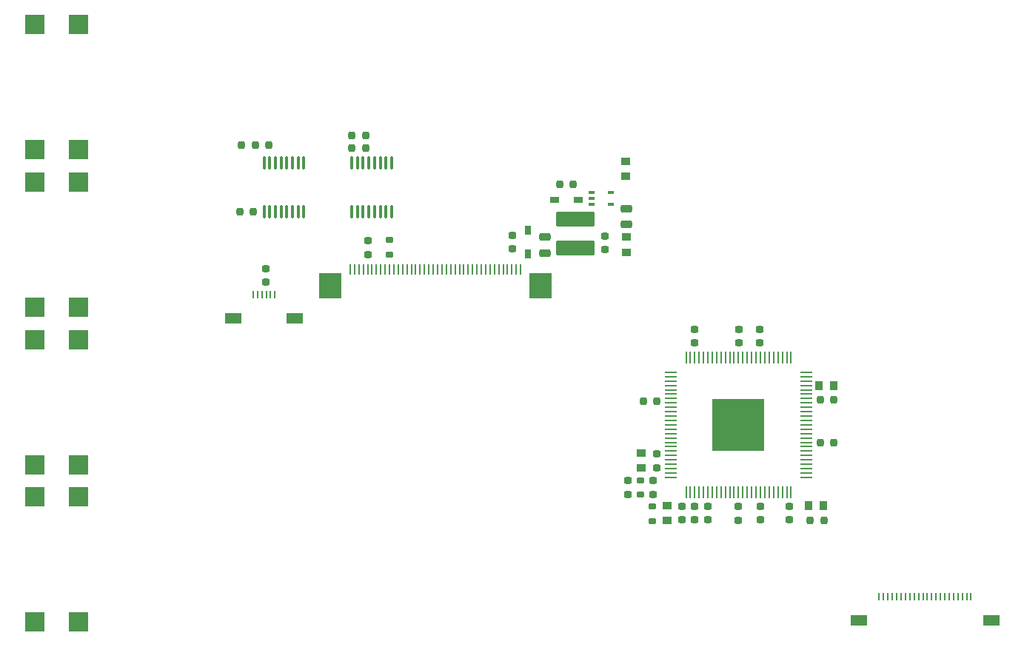
<source format=gbp>
%TF.GenerationSoftware,KiCad,Pcbnew,9.0.5-9.0.5~ubuntu24.04.1*%
%TF.CreationDate,2025-10-12T14:56:27+02:00*%
%TF.ProjectId,BB3plus DVID TFT display,42423370-6c75-4732-9044-564944205446,r1B1*%
%TF.SameCoordinates,Original*%
%TF.FileFunction,Paste,Bot*%
%TF.FilePolarity,Positive*%
%FSLAX46Y46*%
G04 Gerber Fmt 4.6, Leading zero omitted, Abs format (unit mm)*
G04 Created by KiCad (PCBNEW 9.0.5-9.0.5~ubuntu24.04.1) date 2025-10-12 14:56:27*
%MOMM*%
%LPD*%
G01*
G04 APERTURE LIST*
G04 Aperture macros list*
%AMRoundRect*
0 Rectangle with rounded corners*
0 $1 Rounding radius*
0 $2 $3 $4 $5 $6 $7 $8 $9 X,Y pos of 4 corners*
0 Add a 4 corners polygon primitive as box body*
4,1,4,$2,$3,$4,$5,$6,$7,$8,$9,$2,$3,0*
0 Add four circle primitives for the rounded corners*
1,1,$1+$1,$2,$3*
1,1,$1+$1,$4,$5*
1,1,$1+$1,$6,$7*
1,1,$1+$1,$8,$9*
0 Add four rect primitives between the rounded corners*
20,1,$1+$1,$2,$3,$4,$5,0*
20,1,$1+$1,$4,$5,$6,$7,0*
20,1,$1+$1,$6,$7,$8,$9,0*
20,1,$1+$1,$8,$9,$2,$3,0*%
G04 Aperture macros list end*
%ADD10RoundRect,0.200000X0.225000X-0.200000X0.225000X0.200000X-0.225000X0.200000X-0.225000X-0.200000X0*%
%ADD11RoundRect,0.045720X0.454280X-0.404280X0.454280X0.404280X-0.454280X0.404280X-0.454280X-0.404280X0*%
%ADD12RoundRect,0.200000X-0.200000X-0.225000X0.200000X-0.225000X0.200000X0.225000X-0.200000X0.225000X0*%
%ADD13R,2.300000X2.200000*%
%ADD14R,0.662000X0.992200*%
%ADD15R,0.992200X0.662000*%
%ADD16RoundRect,0.055880X2.144120X-0.769120X2.144120X0.769120X-2.144120X0.769120X-2.144120X-0.769120X0*%
%ADD17RoundRect,0.055880X2.144120X0.769120X-2.144120X0.769120X-2.144120X-0.769120X2.144120X-0.769120X0*%
%ADD18RoundRect,0.200000X-0.225000X0.200000X-0.225000X-0.200000X0.225000X-0.200000X0.225000X0.200000X0*%
%ADD19RoundRect,0.200000X0.200000X0.225000X-0.200000X0.225000X-0.200000X-0.225000X0.200000X-0.225000X0*%
%ADD20RoundRect,0.175000X0.250000X-0.175000X0.250000X0.175000X-0.250000X0.175000X-0.250000X-0.175000X0*%
%ADD21R,0.200000X0.900000*%
%ADD22R,1.900000X1.200000*%
%ADD23RoundRect,0.045720X0.404280X0.454280X-0.404280X0.454280X-0.404280X-0.454280X0.404280X-0.454280X0*%
%ADD24RoundRect,0.036286X-0.088714X0.713714X-0.088714X-0.713714X0.088714X-0.713714X0.088714X0.713714X0*%
%ADD25RoundRect,0.048919X1.251081X1.401081X-1.251081X1.401081X-1.251081X-1.401081X1.251081X-1.401081X0*%
%ADD26RoundRect,0.033867X0.066133X0.516133X-0.066133X0.516133X-0.066133X-0.516133X0.066133X-0.516133X0*%
%ADD27RoundRect,0.038100X-0.336900X0.111900X-0.336900X-0.111900X0.336900X-0.111900X0.336900X0.111900X0*%
%ADD28RoundRect,0.225609X-0.424391X0.236891X-0.424391X-0.236891X0.424391X-0.236891X0.424391X0.236891X0*%
%ADD29RoundRect,0.045720X-0.454280X0.404280X-0.454280X-0.404280X0.454280X-0.404280X0.454280X0.404280X0*%
%ADD30RoundRect,0.175000X-0.250000X0.175000X-0.250000X-0.175000X0.250000X-0.175000X0.250000X0.175000X0*%
%ADD31R,1.373200X0.179400*%
%ADD32R,0.179400X1.373200*%
%ADD33R,5.894400X5.894400*%
G04 APERTURE END LIST*
D10*
X117180000Y-88575000D03*
X117180000Y-87025000D03*
D11*
X158410000Y-85150000D03*
X158410000Y-83450000D03*
D12*
X180615000Y-102040000D03*
X182165000Y-102040000D03*
D13*
X90750000Y-95150000D03*
X90750000Y-109450000D03*
X95750000Y-95150000D03*
X95750000Y-109450000D03*
D14*
X147150000Y-85338900D03*
X147150000Y-82621100D03*
D15*
X152928900Y-79165000D03*
X150211100Y-79165000D03*
D13*
X90750000Y-59150000D03*
X90750000Y-73450000D03*
X95750000Y-59150000D03*
X95750000Y-73450000D03*
D16*
X152640000Y-81405000D03*
D17*
X152640000Y-84655000D03*
D18*
X173750000Y-114235000D03*
X173750000Y-115785000D03*
D19*
X115805000Y-80530000D03*
X114255000Y-80530000D03*
D20*
X131350000Y-85415000D03*
X131350000Y-83765000D03*
D21*
X197850001Y-124590000D03*
X197350002Y-124590000D03*
X196850000Y-124590000D03*
X196350001Y-124590000D03*
X195850000Y-124590000D03*
X195350001Y-124590000D03*
X194850002Y-124590000D03*
X194350000Y-124590000D03*
X193850001Y-124590000D03*
X193349999Y-124590000D03*
X192850001Y-124590000D03*
X192350001Y-124590000D03*
X191850000Y-124590000D03*
X191350001Y-124590000D03*
X190849999Y-124590000D03*
X190350000Y-124590000D03*
X189850001Y-124590000D03*
X189350000Y-124590000D03*
X188850001Y-124590000D03*
X188350002Y-124590000D03*
X187850000Y-124590000D03*
X187350001Y-124590000D03*
D22*
X200149991Y-127289999D03*
X185050011Y-127289999D03*
D12*
X127065000Y-71770000D03*
X128615000Y-71770000D03*
D19*
X161920000Y-102190000D03*
X160370000Y-102190000D03*
D18*
X161480000Y-111291000D03*
X161480000Y-112841000D03*
D11*
X160170000Y-109840000D03*
X160170000Y-108140000D03*
D12*
X150825000Y-77400000D03*
X152375000Y-77400000D03*
X127065000Y-73240000D03*
X128615000Y-73240000D03*
D10*
X128850000Y-85420000D03*
X128850000Y-83870000D03*
X155960000Y-84860000D03*
X155960000Y-83310000D03*
D12*
X180605000Y-106910000D03*
X182155000Y-106910000D03*
D23*
X181000000Y-114150000D03*
X179300000Y-114150000D03*
D18*
X164800000Y-114235000D03*
X164800000Y-115785000D03*
X158600000Y-111281000D03*
X158600000Y-112831000D03*
D24*
X127040000Y-74900000D03*
X127690000Y-74900000D03*
X128340000Y-74900000D03*
X128990000Y-74900000D03*
X129640000Y-74900000D03*
X130290000Y-74900000D03*
X130940000Y-74900000D03*
X131590000Y-74900000D03*
X131590000Y-80500000D03*
X130940000Y-80500000D03*
X130290000Y-80500000D03*
X129640000Y-80500000D03*
X128990000Y-80500000D03*
X128340000Y-80500000D03*
X127690000Y-80500000D03*
X127040000Y-80500000D03*
D12*
X114450000Y-72900000D03*
X116000000Y-72900000D03*
X117550000Y-72900000D03*
D10*
X173650000Y-95550000D03*
X173650000Y-94000000D03*
D18*
X166270000Y-114235000D03*
X166270000Y-115785000D03*
X161880000Y-108245000D03*
X161880000Y-109795000D03*
D25*
X148600000Y-89000000D03*
X124600000Y-89000000D03*
D26*
X146350000Y-87100000D03*
X145850000Y-87100000D03*
X145350000Y-87100000D03*
X144850000Y-87100000D03*
X144350000Y-87100000D03*
X143850000Y-87100000D03*
X143350000Y-87100000D03*
X142850000Y-87100000D03*
X142350000Y-87100000D03*
X141850000Y-87100000D03*
X141350000Y-87100000D03*
X140850000Y-87100000D03*
X140350000Y-87100000D03*
X139850000Y-87100000D03*
X139350000Y-87100000D03*
X138850000Y-87100000D03*
X138350000Y-87100000D03*
X137850000Y-87100000D03*
X137350000Y-87100000D03*
X136850000Y-87100000D03*
X136350000Y-87100000D03*
X135850000Y-87100000D03*
X135350000Y-87100000D03*
X134850000Y-87100000D03*
X134350000Y-87100000D03*
X133850000Y-87100000D03*
X133350000Y-87100000D03*
X132850000Y-87100000D03*
X132350000Y-87100000D03*
X131850000Y-87100000D03*
X131350000Y-87100000D03*
X130850000Y-87100000D03*
X130350000Y-87100000D03*
X129850000Y-87100000D03*
X129350000Y-87100000D03*
X128850000Y-87100000D03*
X128350000Y-87100000D03*
X127850000Y-87100000D03*
X127350000Y-87100000D03*
X126850000Y-87100000D03*
D27*
X154450000Y-79665000D03*
X154450000Y-79015000D03*
X154450000Y-78365000D03*
X156700000Y-78365000D03*
X156700000Y-79665000D03*
D10*
X145380000Y-84800000D03*
X145380000Y-83250000D03*
X171310000Y-95555000D03*
X171310000Y-94005000D03*
D28*
X149120000Y-83445000D03*
X149120000Y-85270000D03*
D13*
X90750000Y-113150000D03*
X90750000Y-127450000D03*
X95750000Y-113150000D03*
X95750000Y-127450000D03*
D28*
X158430000Y-80167500D03*
X158430000Y-81992500D03*
D13*
X90750000Y-77150000D03*
X90750000Y-91450000D03*
X95750000Y-77150000D03*
X95750000Y-91450000D03*
D29*
X158390000Y-74730000D03*
X158390000Y-76430000D03*
D18*
X177100000Y-114235000D03*
X177100000Y-115785000D03*
D10*
X166250000Y-95555000D03*
X166250000Y-94005000D03*
D30*
X161440000Y-114245000D03*
X161440000Y-115895000D03*
D21*
X118250000Y-90050000D03*
X117750001Y-90050000D03*
X117250000Y-90050000D03*
X116750000Y-90050000D03*
X116249999Y-90050000D03*
X115750000Y-90050000D03*
D22*
X120549998Y-92749999D03*
X113450002Y-92749999D03*
D31*
X163538400Y-110894400D03*
X163538400Y-110411800D03*
X163538400Y-109903800D03*
X163538400Y-109395800D03*
X163538400Y-108887800D03*
X163538400Y-108405200D03*
X163538400Y-107897200D03*
X163538400Y-107389200D03*
X163538400Y-106906600D03*
X163538400Y-106398600D03*
X163538400Y-105890600D03*
X163538400Y-105408000D03*
X163538400Y-104900000D03*
X163538400Y-104392000D03*
X163538400Y-103909400D03*
X163538400Y-103401400D03*
X163538400Y-102893400D03*
X163538400Y-102410800D03*
X163538400Y-101902800D03*
X163538400Y-101394800D03*
X163538400Y-100912200D03*
X163538400Y-100404200D03*
X163538400Y-99896200D03*
X163538400Y-99388200D03*
X163538400Y-98905600D03*
D32*
X165265600Y-97178400D03*
X165748200Y-97178400D03*
X166256200Y-97178400D03*
X166764200Y-97178400D03*
X167272200Y-97178400D03*
X167754800Y-97178400D03*
X168262800Y-97178400D03*
X168770800Y-97178400D03*
X169253400Y-97178400D03*
X169761400Y-97178400D03*
X170269400Y-97178400D03*
X170752000Y-97178400D03*
X171260000Y-97178400D03*
X171768000Y-97178400D03*
X172250600Y-97178400D03*
X172758600Y-97178400D03*
X173266600Y-97178400D03*
X173749200Y-97178400D03*
X174257200Y-97178400D03*
X174765200Y-97178400D03*
X175247800Y-97178400D03*
X175755800Y-97178400D03*
X176263800Y-97178400D03*
X176771800Y-97178400D03*
X177254400Y-97178400D03*
D31*
X178981600Y-98905600D03*
X178981600Y-99388200D03*
X178981600Y-99896200D03*
X178981600Y-100404200D03*
X178981600Y-100912200D03*
X178981600Y-101394800D03*
X178981600Y-101902800D03*
X178981600Y-102410800D03*
X178981600Y-102893400D03*
X178981600Y-103401400D03*
X178981600Y-103909400D03*
X178981600Y-104392000D03*
X178981600Y-104900000D03*
X178981600Y-105408000D03*
X178981600Y-105890600D03*
X178981600Y-106398600D03*
X178981600Y-106906600D03*
X178981600Y-107389200D03*
X178981600Y-107897200D03*
X178981600Y-108405200D03*
X178981600Y-108887800D03*
X178981600Y-109395800D03*
X178981600Y-109903800D03*
X178981600Y-110411800D03*
X178981600Y-110894400D03*
D32*
X177254400Y-112621600D03*
X176771800Y-112621600D03*
X176263800Y-112621600D03*
X175755800Y-112621600D03*
X175247800Y-112621600D03*
X174765200Y-112621600D03*
X174257200Y-112621600D03*
X173749200Y-112621600D03*
X173266600Y-112621600D03*
X172758600Y-112621600D03*
X172250600Y-112621600D03*
X171768000Y-112621600D03*
X171260000Y-112621600D03*
X170752000Y-112621600D03*
X170269400Y-112621600D03*
X169761400Y-112621600D03*
X169253400Y-112621600D03*
X168770800Y-112621600D03*
X168262800Y-112621600D03*
X167754800Y-112621600D03*
X167272200Y-112621600D03*
X166764200Y-112621600D03*
X166256200Y-112621600D03*
X165748200Y-112621600D03*
X165265600Y-112621600D03*
D33*
X171260000Y-104900000D03*
D20*
X160060000Y-112885000D03*
X160060000Y-111235000D03*
D11*
X163110000Y-115840000D03*
X163110000Y-114140000D03*
D18*
X171260000Y-114245000D03*
X171260000Y-115795000D03*
D12*
X179460000Y-115800000D03*
X181010000Y-115800000D03*
D23*
X182150000Y-100400000D03*
X180450000Y-100400000D03*
D18*
X167750000Y-114235000D03*
X167750000Y-115785000D03*
D24*
X117000000Y-74900000D03*
X117650000Y-74900000D03*
X118300000Y-74900000D03*
X118950000Y-74900000D03*
X119600000Y-74900000D03*
X120250000Y-74900000D03*
X120900000Y-74900000D03*
X121550000Y-74900000D03*
X121550000Y-80500000D03*
X120900000Y-80500000D03*
X120250000Y-80500000D03*
X119600000Y-80500000D03*
X118950000Y-80500000D03*
X118300000Y-80500000D03*
X117650000Y-80500000D03*
X117000000Y-80500000D03*
M02*

</source>
